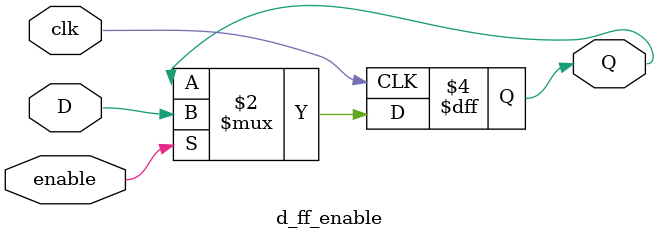
<source format=v>
`timescale 1ns/1ps
module d_ff_enable (
    input wire D,
    input wire clk,
    input wire enable,
    output reg Q
);
    always @(posedge clk) begin
        if (enable)
            Q <= D;   // Load input only when enable = 1
    end
endmodule

</source>
